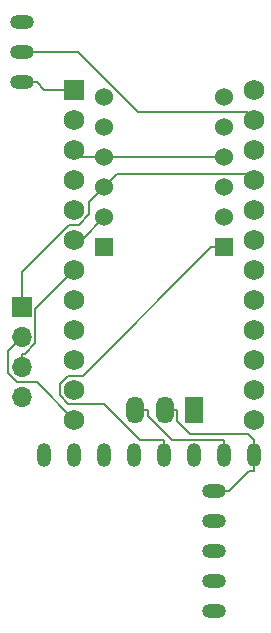
<source format=gbr>
%TF.GenerationSoftware,KiCad,Pcbnew,8.0.6*%
%TF.CreationDate,2025-05-20T21:52:46-05:00*%
%TF.ProjectId,HatRatV2,48617452-6174-4563-922e-6b696361645f,rev?*%
%TF.SameCoordinates,Original*%
%TF.FileFunction,Copper,L2,Bot*%
%TF.FilePolarity,Positive*%
%FSLAX46Y46*%
G04 Gerber Fmt 4.6, Leading zero omitted, Abs format (unit mm)*
G04 Created by KiCad (PCBNEW 8.0.6) date 2025-05-20 21:52:46*
%MOMM*%
%LPD*%
G01*
G04 APERTURE LIST*
%TA.AperFunction,ComponentPad*%
%ADD10O,2.000000X1.200000*%
%TD*%
%TA.AperFunction,ComponentPad*%
%ADD11O,1.200000X2.000000*%
%TD*%
%TA.AperFunction,ComponentPad*%
%ADD12R,1.752600X1.752600*%
%TD*%
%TA.AperFunction,ComponentPad*%
%ADD13C,1.752600*%
%TD*%
%TA.AperFunction,ComponentPad*%
%ADD14C,1.524000*%
%TD*%
%TA.AperFunction,ComponentPad*%
%ADD15R,1.524000X1.524000*%
%TD*%
%TA.AperFunction,ComponentPad*%
%ADD16R,1.500000X2.300000*%
%TD*%
%TA.AperFunction,ComponentPad*%
%ADD17O,1.500000X2.300000*%
%TD*%
%TA.AperFunction,ComponentPad*%
%ADD18R,1.700000X1.700000*%
%TD*%
%TA.AperFunction,ComponentPad*%
%ADD19O,1.700000X1.700000*%
%TD*%
%TA.AperFunction,Conductor*%
%ADD20C,0.200000*%
%TD*%
G04 APERTURE END LIST*
D10*
%TO.P,SW1,1,A*%
%TO.N,Net-(SW1-A)*%
X200660000Y-36830000D03*
%TO.P,SW1,2,B*%
%TO.N,Net-(MPU1-GND)*%
X200660000Y-34290000D03*
%TO.P,SW1,3,C*%
%TO.N,Net-(SW1-C)*%
X200660000Y-31750000D03*
%TD*%
D11*
%TO.P,MPU1,1,VCC*%
%TO.N,Net-(MPU1-VCC)*%
X220345000Y-68430000D03*
%TO.P,MPU1,2,GND*%
%TO.N,Net-(MPU1-GND)*%
X217805000Y-68430000D03*
%TO.P,MPU1,3,SCL*%
%TO.N,Net-(MPU1-SCL)*%
X215265000Y-68430000D03*
%TO.P,MPU1,4,SDA*%
%TO.N,Net-(MPU1-SDA)*%
X212725000Y-68430000D03*
%TO.P,MPU1,5,XDA*%
%TO.N,unconnected-(MPU1-XDA-Pad5)*%
X210185000Y-68430000D03*
%TO.P,MPU1,6,XCL*%
%TO.N,unconnected-(MPU1-XCL-Pad6)*%
X207645000Y-68430000D03*
%TO.P,MPU1,7,AD0*%
%TO.N,unconnected-(MPU1-AD0-Pad7)*%
X205105000Y-68430000D03*
%TO.P,MPU1,8,INT*%
%TO.N,unconnected-(MPU1-INT-Pad8)*%
X202565000Y-68430000D03*
%TD*%
D10*
%TO.P,QMC5883L1,1,VCC*%
%TO.N,Net-(MPU1-VCC)*%
X216955000Y-71425000D03*
%TO.P,QMC5883L1,2,GND*%
%TO.N,Net-(MPU1-GND)*%
X216955000Y-73965000D03*
%TO.P,QMC5883L1,3,SCL*%
%TO.N,Net-(MPU1-SCL)*%
X216955000Y-76505000D03*
%TO.P,QMC5883L1,4,SDA*%
%TO.N,Net-(MPU1-SDA)*%
X216955000Y-79045000D03*
%TO.P,QMC5883L1,5,DRDY*%
%TO.N,unconnected-(QMC5883L1-DRDY-Pad5)*%
X216955000Y-81585000D03*
%TD*%
D12*
%TO.P,U1,1,TX*%
%TO.N,Net-(SW1-A)*%
X205105000Y-37465000D03*
D13*
%TO.P,U1,2,RX*%
%TO.N,Net-(SW1-C)*%
X205105000Y-40005000D03*
%TO.P,U1,3,GND*%
%TO.N,Net-(U1-GND-Pad3)*%
X205105000Y-42545000D03*
%TO.P,U1,4,GND*%
%TO.N,Net-(J1-Pin_4)*%
X205105000Y-45085000D03*
%TO.P,U1,5,SDA*%
%TO.N,Net-(U1-SDA)*%
X205105000Y-47625000D03*
%TO.P,U1,6,SCL*%
%TO.N,Net-(U1-SCL)*%
X205105000Y-50165000D03*
%TO.P,U1,7,D4*%
%TO.N,Net-(J1-Pin_3)*%
X205105000Y-52705000D03*
%TO.P,U1,8,D5*%
%TO.N,unconnected-(U1-D5-Pad8)*%
X205105000Y-55245000D03*
%TO.P,U1,9,D6*%
%TO.N,unconnected-(U1-D6-Pad9)*%
X205105000Y-57785000D03*
%TO.P,U1,10,D7*%
%TO.N,unconnected-(U1-D7-Pad10)*%
X205105000Y-60325000D03*
%TO.P,U1,11,D8*%
%TO.N,unconnected-(U1-D8-Pad11)*%
X205105000Y-62865000D03*
%TO.P,U1,12,D9*%
%TO.N,Net-(J1-Pin_2)*%
X205105000Y-65405000D03*
%TO.P,U1,13,10*%
%TO.N,unconnected-(U1-10-Pad13)*%
X220345000Y-65405000D03*
%TO.P,U1,14,16*%
%TO.N,unconnected-(U1-16-Pad14)*%
X220345000Y-62865000D03*
%TO.P,U1,15,14*%
%TO.N,unconnected-(U1-14-Pad15)*%
X220345000Y-60325000D03*
%TO.P,U1,16,15*%
%TO.N,unconnected-(U1-15-Pad16)*%
X220345000Y-57785000D03*
%TO.P,U1,17,A0*%
%TO.N,unconnected-(U1-A0-Pad17)*%
X220345000Y-55245000D03*
%TO.P,U1,18,A1*%
%TO.N,unconnected-(U1-A1-Pad18)*%
X220345000Y-52705000D03*
%TO.P,U1,19,A2*%
%TO.N,unconnected-(U1-A2-Pad19)*%
X220345000Y-50165000D03*
%TO.P,U1,20,A3*%
%TO.N,unconnected-(U1-A3-Pad20)*%
X220345000Y-47625000D03*
%TO.P,U1,21,VCC*%
%TO.N,Net-(J1-Pin_1)*%
X220345000Y-45085000D03*
%TO.P,U1,22,RST*%
%TO.N,unconnected-(U1-RST-Pad22)*%
X220345000Y-42545000D03*
%TO.P,U1,23,GND*%
%TO.N,Net-(MPU1-GND)*%
X220345000Y-40005000D03*
%TO.P,U1,24,RAW*%
%TO.N,unconnected-(U1-RAW-Pad24)*%
X220345000Y-37465000D03*
%TD*%
D14*
%TO.P,U3,GND_1,GND*%
%TO.N,Net-(U1-GND-Pad3)*%
X207645000Y-43180000D03*
%TO.P,U3,GND_2,GND*%
X217805000Y-43180000D03*
%TO.P,U3,HV,HV*%
%TO.N,Net-(J1-Pin_1)*%
X207645000Y-45720000D03*
D15*
%TO.P,U3,HV1,HV1*%
%TO.N,Net-(U1-SDA)*%
X207645000Y-50800000D03*
D14*
%TO.P,U3,HV2,HV2*%
%TO.N,Net-(U1-SCL)*%
X207645000Y-48260000D03*
%TO.P,U3,HV3,HV3*%
%TO.N,unconnected-(U3-PadHV3)*%
X207645000Y-40640000D03*
%TO.P,U3,HV4,HV4*%
%TO.N,unconnected-(U3-PadHV4)*%
X207645000Y-38100000D03*
%TO.P,U3,LV,LV*%
%TO.N,Net-(MPU1-VCC)*%
X217805000Y-45720000D03*
D15*
%TO.P,U3,LV1,LV1*%
%TO.N,Net-(MPU1-SDA)*%
X217805000Y-50800000D03*
D14*
%TO.P,U3,LV2,LV2*%
%TO.N,Net-(MPU1-SCL)*%
X217805000Y-48260000D03*
%TO.P,U3,LV3,LV3*%
%TO.N,unconnected-(U3-PadLV3)*%
X217805000Y-40640000D03*
%TO.P,U3,LV4,LV4*%
%TO.N,unconnected-(U3-PadLV4)*%
X217805000Y-38100000D03*
%TD*%
D16*
%TO.P,U2,1,IN*%
%TO.N,Net-(J1-Pin_1)*%
X215275000Y-64590000D03*
D17*
%TO.P,U2,2,OUT*%
%TO.N,Net-(MPU1-VCC)*%
X212775000Y-64590000D03*
%TO.P,U2,3,GND*%
%TO.N,Net-(MPU1-GND)*%
X210275000Y-64540000D03*
%TD*%
D18*
%TO.P,J1,1,Pin_1*%
%TO.N,Net-(J1-Pin_1)*%
X200660000Y-55880000D03*
D19*
%TO.P,J1,2,Pin_2*%
%TO.N,Net-(J1-Pin_2)*%
X200660000Y-58420000D03*
%TO.P,J1,3,Pin_3*%
%TO.N,Net-(J1-Pin_3)*%
X200660000Y-60960000D03*
%TO.P,J1,4,Pin_4*%
%TO.N,Net-(J1-Pin_4)*%
X200660000Y-63500000D03*
%TD*%
D20*
%TO.N,Net-(U1-GND-Pad3)*%
X217805000Y-43180000D02*
X207645000Y-43180000D01*
X205740000Y-43180000D02*
X205105000Y-42545000D01*
X207645000Y-43180000D02*
X205740000Y-43180000D01*
%TO.N,Net-(U1-SCL)*%
X205740000Y-50165000D02*
X207645000Y-48260000D01*
X205105000Y-50165000D02*
X205740000Y-50165000D01*
%TO.N,Net-(J1-Pin_3)*%
X201811700Y-55998300D02*
X205105000Y-52705000D01*
X201811700Y-58944600D02*
X201811700Y-55998300D01*
X200948000Y-59808300D02*
X201811700Y-58944600D01*
X200660000Y-59808300D02*
X200948000Y-59808300D01*
X200660000Y-60960000D02*
X200660000Y-59808300D01*
%TO.N,Net-(J1-Pin_2)*%
X201930000Y-62230000D02*
X205105000Y-65405000D01*
X200271100Y-62230000D02*
X201930000Y-62230000D01*
X199481000Y-61439900D02*
X200271100Y-62230000D01*
X199481000Y-59599000D02*
X199481000Y-61439900D01*
X200660000Y-58420000D02*
X199481000Y-59599000D01*
%TO.N,Net-(J1-Pin_1)*%
X200660000Y-52907700D02*
X200660000Y-55880000D01*
X204672800Y-48894900D02*
X200660000Y-52907700D01*
X205517900Y-48894900D02*
X204672800Y-48894900D01*
X206389900Y-48022900D02*
X205517900Y-48894900D01*
X206389900Y-46975100D02*
X206389900Y-48022900D01*
X207645000Y-45720000D02*
X206389900Y-46975100D01*
X208756300Y-44608700D02*
X207645000Y-45720000D01*
X219868700Y-44608700D02*
X208756300Y-44608700D01*
X220345000Y-45085000D02*
X219868700Y-44608700D01*
%TO.N,Net-(SW1-A)*%
X202596700Y-37465000D02*
X201961700Y-36830000D01*
X205105000Y-37465000D02*
X202596700Y-37465000D01*
X200660000Y-36830000D02*
X201961700Y-36830000D01*
%TO.N,Net-(MPU1-SDA)*%
X210685000Y-67128300D02*
X212725000Y-67128300D01*
X207599700Y-64043000D02*
X210685000Y-67128300D01*
X204617100Y-64043000D02*
X207599700Y-64043000D01*
X203927000Y-63352900D02*
X204617100Y-64043000D01*
X203927000Y-62377100D02*
X203927000Y-63352900D01*
X204617100Y-61687000D02*
X203927000Y-62377100D01*
X205854300Y-61687000D02*
X204617100Y-61687000D01*
X216741300Y-50800000D02*
X205854300Y-61687000D01*
X217805000Y-50800000D02*
X216741300Y-50800000D01*
X212725000Y-68430000D02*
X212725000Y-67128300D01*
%TO.N,Net-(MPU1-VCC)*%
X219798200Y-66581500D02*
X220345000Y-67128300D01*
X214898000Y-66581500D02*
X219798200Y-66581500D01*
X213826700Y-65510200D02*
X214898000Y-66581500D01*
X213826700Y-64590000D02*
X213826700Y-65510200D01*
X212775000Y-64590000D02*
X213826700Y-64590000D01*
X220345000Y-68430000D02*
X220345000Y-67128300D01*
X219950000Y-69731700D02*
X220345000Y-69731700D01*
X218256700Y-71425000D02*
X219950000Y-69731700D01*
X216955000Y-71425000D02*
X218256700Y-71425000D01*
X220345000Y-68430000D02*
X220345000Y-69731700D01*
%TO.N,Net-(MPU1-GND)*%
X213389100Y-67128300D02*
X217805000Y-67128300D01*
X211326700Y-65065900D02*
X213389100Y-67128300D01*
X211326700Y-64540000D02*
X211326700Y-65065900D01*
X210275000Y-64540000D02*
X211326700Y-64540000D01*
X217805000Y-68430000D02*
X217805000Y-67128300D01*
X205471100Y-34290000D02*
X200660000Y-34290000D01*
X210551100Y-39370000D02*
X205471100Y-34290000D01*
X219710000Y-39370000D02*
X210551100Y-39370000D01*
X220345000Y-40005000D02*
X219710000Y-39370000D01*
%TD*%
M02*

</source>
